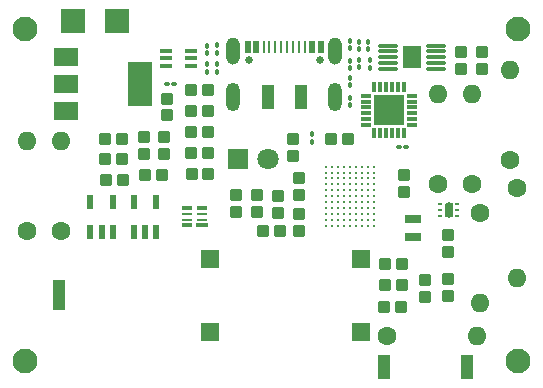
<source format=gts>
%TF.GenerationSoftware,KiCad,Pcbnew,7.0.5*%
%TF.CreationDate,2023-07-24T14:08:39-04:00*%
%TF.ProjectId,GPSPCB,47505350-4342-42e6-9b69-6361645f7063,00*%
%TF.SameCoordinates,Original*%
%TF.FileFunction,Soldermask,Top*%
%TF.FilePolarity,Negative*%
%FSLAX46Y46*%
G04 Gerber Fmt 4.6, Leading zero omitted, Abs format (unit mm)*
G04 Created by KiCad (PCBNEW 7.0.5) date 2023-07-24 14:08:39*
%MOMM*%
%LPD*%
G01*
G04 APERTURE LIST*
G04 Aperture macros list*
%AMRoundRect*
0 Rectangle with rounded corners*
0 $1 Rounding radius*
0 $2 $3 $4 $5 $6 $7 $8 $9 X,Y pos of 4 corners*
0 Add a 4 corners polygon primitive as box body*
4,1,4,$2,$3,$4,$5,$6,$7,$8,$9,$2,$3,0*
0 Add four circle primitives for the rounded corners*
1,1,$1+$1,$2,$3*
1,1,$1+$1,$4,$5*
1,1,$1+$1,$6,$7*
1,1,$1+$1,$8,$9*
0 Add four rect primitives between the rounded corners*
20,1,$1+$1,$2,$3,$4,$5,0*
20,1,$1+$1,$4,$5,$6,$7,0*
20,1,$1+$1,$6,$7,$8,$9,0*
20,1,$1+$1,$8,$9,$2,$3,0*%
%AMFreePoly0*
4,1,14,0.100000,0.600000,0.350000,0.600000,0.350000,-0.600000,0.100000,-0.600000,0.100000,-0.650000,-0.100000,-0.650000,-0.100000,-0.600000,-0.350000,-0.600000,-0.350000,0.450000,-0.200000,0.600000,-0.100000,0.600000,-0.100000,0.650000,0.100000,0.650000,0.100000,0.600000,0.100000,0.600000,$1*%
G04 Aperture macros list end*
%ADD10RoundRect,0.250000X-0.287500X-0.275000X0.287500X-0.275000X0.287500X0.275000X-0.287500X0.275000X0*%
%ADD11RoundRect,0.250000X0.275000X-0.287500X0.275000X0.287500X-0.275000X0.287500X-0.275000X-0.287500X0*%
%ADD12RoundRect,0.100000X0.100000X-0.130000X0.100000X0.130000X-0.100000X0.130000X-0.100000X-0.130000X0*%
%ADD13RoundRect,0.250000X-0.275000X0.287500X-0.275000X-0.287500X0.275000X-0.287500X0.275000X0.287500X0*%
%ADD14RoundRect,0.250000X0.287500X0.275000X-0.287500X0.275000X-0.287500X-0.275000X0.287500X-0.275000X0*%
%ADD15C,2.100000*%
%ADD16R,1.000000X2.000000*%
%ADD17C,1.600000*%
%ADD18O,1.600000X1.600000*%
%ADD19R,2.000000X1.500000*%
%ADD20R,2.000000X3.800000*%
%ADD21RoundRect,0.100000X-0.100000X0.130000X-0.100000X-0.130000X0.100000X-0.130000X0.100000X0.130000X0*%
%ADD22R,1.800000X1.800000*%
%ADD23C,1.800000*%
%ADD24RoundRect,0.100000X0.130000X0.100000X-0.130000X0.100000X-0.130000X-0.100000X0.130000X-0.100000X0*%
%ADD25RoundRect,0.062500X-0.112500X-0.062500X0.112500X-0.062500X0.112500X0.062500X-0.112500X0.062500X0*%
%ADD26FreePoly0,0.000000*%
%ADD27R,1.000000X0.300000*%
%ADD28R,0.950000X0.250000*%
%ADD29R,0.950000X0.300000*%
%ADD30R,0.600000X1.200000*%
%ADD31R,1.500000X1.500000*%
%ADD32R,1.000000X2.500000*%
%ADD33RoundRect,0.100000X-0.130000X-0.100000X0.130000X-0.100000X0.130000X0.100000X-0.130000X0.100000X0*%
%ADD34R,0.300000X0.850000*%
%ADD35R,0.850000X0.300000*%
%ADD36R,2.650000X2.650000*%
%ADD37C,0.630000*%
%ADD38C,0.600000*%
%ADD39R,0.520000X1.000000*%
%ADD40R,0.270000X1.000000*%
%ADD41O,1.158000X2.316000*%
%ADD42O,1.200000X2.400000*%
%ADD43R,2.000000X2.000000*%
%ADD44R,1.400000X0.700000*%
%ADD45O,1.699999X0.299999*%
%ADD46R,1.569999X1.879999*%
%ADD47C,0.290000*%
%ADD48R,1.050000X0.400000*%
G04 APERTURE END LIST*
D10*
%TO.C,C11*%
X94580000Y-64970000D03*
X96005000Y-64970000D03*
%TD*%
D11*
%TO.C,C21*%
X103632000Y-69800500D03*
X103632000Y-68375500D03*
%TD*%
D12*
%TO.C,R9*%
X109680000Y-55990000D03*
X109680000Y-55350000D03*
%TD*%
D13*
%TO.C,C19*%
X117348000Y-54659500D03*
X117348000Y-56084500D03*
%TD*%
%TO.C,C22*%
X92260000Y-61845000D03*
X92260000Y-63270000D03*
%TD*%
D10*
%TO.C,C24*%
X90620000Y-65080000D03*
X92045000Y-65080000D03*
%TD*%
D14*
%TO.C,C10*%
X95952500Y-63230000D03*
X94527500Y-63230000D03*
%TD*%
D10*
%TO.C,C10*%
X110935000Y-72652000D03*
X112360000Y-72652000D03*
%TD*%
D15*
%TO.C,H2*%
X80500000Y-52700000D03*
%TD*%
D16*
%TO.C,ANT1*%
X110862000Y-81330000D03*
X117862000Y-81330000D03*
%TD*%
D17*
%TO.C,L5*%
X119000000Y-68290000D03*
D18*
X119000000Y-75910000D03*
%TD*%
D12*
%TO.C,R14*%
X95850000Y-54770000D03*
X95850000Y-54130000D03*
%TD*%
D19*
%TO.C,U3*%
X83930000Y-55080000D03*
X83930000Y-57380000D03*
D20*
X90230000Y-57380000D03*
D19*
X83930000Y-59680000D03*
%TD*%
D12*
%TO.C,R2*%
X107950000Y-57470000D03*
X107950000Y-56830000D03*
%TD*%
%TO.C,R6*%
X108712000Y-54422000D03*
X108712000Y-53782000D03*
%TD*%
D21*
%TO.C,R16*%
X96750000Y-54100000D03*
X96750000Y-54740000D03*
%TD*%
D14*
%TO.C,C15*%
X88705000Y-63710000D03*
X87280000Y-63710000D03*
%TD*%
D12*
%TO.C,R1*%
X104810000Y-62260000D03*
X104810000Y-61620000D03*
%TD*%
D17*
%TO.C,L2*%
X118300000Y-65810000D03*
D18*
X118300000Y-58190000D03*
%TD*%
D13*
%TO.C,C14*%
X116300000Y-70150000D03*
X116300000Y-71575000D03*
%TD*%
D22*
%TO.C,D2*%
X98547000Y-63754000D03*
D23*
X101087000Y-63754000D03*
%TD*%
D11*
%TO.C,C4*%
X98298000Y-68227000D03*
X98298000Y-66802000D03*
%TD*%
D17*
%TO.C,L3*%
X111130000Y-78720000D03*
D18*
X118750000Y-78720000D03*
%TD*%
D11*
%TO.C,C25*%
X90530000Y-63290000D03*
X90530000Y-61865000D03*
%TD*%
D13*
%TO.C,C9*%
X114350000Y-73975000D03*
X114350000Y-75400000D03*
%TD*%
D10*
%TO.C,C27*%
X94500000Y-59650000D03*
X95925000Y-59650000D03*
%TD*%
D24*
%TO.C,R15*%
X93110000Y-57350000D03*
X92470000Y-57350000D03*
%TD*%
D21*
%TO.C,R4*%
X108712000Y-55306000D03*
X108712000Y-55946000D03*
%TD*%
D15*
%TO.C,H1*%
X122200000Y-52700000D03*
%TD*%
D10*
%TO.C,C6*%
X87312500Y-65460000D03*
X88737500Y-65460000D03*
%TD*%
D25*
%TO.C,U2*%
X115607000Y-67572000D03*
X115607000Y-68072000D03*
X115607000Y-68572000D03*
X117057000Y-68572000D03*
X117057000Y-68072000D03*
X117057000Y-67572000D03*
D26*
X116332000Y-68072000D03*
%TD*%
D17*
%TO.C,L7*%
X122100000Y-66140000D03*
D18*
X122100000Y-73760000D03*
%TD*%
D27*
%TO.C,IC6*%
X95425000Y-69350000D03*
D28*
X95450000Y-68850000D03*
X95450000Y-68350000D03*
D29*
X95450000Y-67850000D03*
X94200000Y-67850000D03*
D28*
X94200000Y-68350000D03*
X94200000Y-68850000D03*
D29*
X94200000Y-69350000D03*
%TD*%
D30*
%TO.C,IC5*%
X89700000Y-69900000D03*
X90650000Y-69900000D03*
X91600000Y-69900000D03*
X91600000Y-67400000D03*
X89700000Y-67400000D03*
%TD*%
D12*
%TO.C,R10*%
X109474000Y-54422000D03*
X109474000Y-53782000D03*
%TD*%
D31*
%TO.C,ANT2*%
X108880000Y-78370000D03*
X108880000Y-72150000D03*
X96120000Y-78370000D03*
X96120000Y-72150000D03*
D32*
X83370000Y-75260000D03*
%TD*%
D13*
%TO.C,C13*%
X103632000Y-65327500D03*
X103632000Y-66752500D03*
%TD*%
D11*
%TO.C,C20*%
X92480000Y-60040000D03*
X92480000Y-58615000D03*
%TD*%
D10*
%TO.C,C11*%
X110935000Y-74430000D03*
X112360000Y-74430000D03*
%TD*%
D12*
%TO.C,R8*%
X96750000Y-56320000D03*
X96750000Y-55680000D03*
%TD*%
D33*
%TO.C,R3*%
X112130000Y-62750000D03*
X112770000Y-62750000D03*
%TD*%
D15*
%TO.C,H4*%
X122200000Y-80850000D03*
%TD*%
D34*
%TO.C,IC3*%
X110022000Y-61558000D03*
X110522000Y-61558000D03*
X111022000Y-61558000D03*
X111522000Y-61558000D03*
X112022000Y-61558000D03*
X112522000Y-61558000D03*
D35*
X113222000Y-60858000D03*
X113222000Y-60358000D03*
X113222000Y-59858000D03*
X113222000Y-59358000D03*
X113222000Y-58858000D03*
X113222000Y-58358000D03*
D34*
X112522000Y-57658000D03*
X112022000Y-57658000D03*
X111522000Y-57658000D03*
X111022000Y-57658000D03*
X110522000Y-57658000D03*
X110022000Y-57658000D03*
D35*
X109322000Y-58358000D03*
X109322000Y-58858000D03*
X109322000Y-59358000D03*
X109322000Y-59858000D03*
X109322000Y-60358000D03*
X109322000Y-60858000D03*
D36*
X111272000Y-59608000D03*
%TD*%
D10*
%TO.C,C26*%
X94560000Y-61430000D03*
X95985000Y-61430000D03*
%TD*%
D17*
%TO.C,L8*%
X83550000Y-69810000D03*
D18*
X83550000Y-62190000D03*
%TD*%
D37*
%TO.C,J1*%
X99420000Y-55340000D03*
D38*
X105420000Y-55340000D03*
D37*
X105420000Y-55340000D03*
D39*
X99320000Y-54240000D03*
X100070000Y-54240000D03*
D40*
X100670000Y-54240000D03*
X101170000Y-54240000D03*
X101670000Y-54240000D03*
X102170000Y-54240000D03*
X102670000Y-54240000D03*
X103170000Y-54240000D03*
X103670000Y-54240000D03*
X104170000Y-54240000D03*
D39*
X104770000Y-54240000D03*
X105520000Y-54240000D03*
D16*
X101020000Y-58440000D03*
X103820000Y-58440000D03*
D41*
X98100000Y-54615000D03*
X106740000Y-54615000D03*
D42*
X98100000Y-58440000D03*
X106740000Y-58440000D03*
%TD*%
D14*
%TO.C,C8*%
X112312500Y-76250000D03*
X110887500Y-76250000D03*
%TD*%
D17*
%TO.C,L4*%
X121500000Y-63810000D03*
D18*
X121500000Y-56190000D03*
%TD*%
D13*
%TO.C,C18*%
X119126000Y-54659500D03*
X119126000Y-56084500D03*
%TD*%
D43*
%TO.C,TP*%
X84550000Y-52050000D03*
%TD*%
D11*
%TO.C,C7*%
X100076000Y-68227000D03*
X100076000Y-66802000D03*
%TD*%
%TO.C,C23*%
X101854000Y-68276500D03*
X101854000Y-66851500D03*
%TD*%
%TO.C,C1*%
X112522000Y-66498500D03*
X112522000Y-65073500D03*
%TD*%
D15*
%TO.C,H3*%
X80500000Y-80850000D03*
%TD*%
D17*
%TO.C,L6*%
X80650000Y-69810000D03*
D18*
X80650000Y-62190000D03*
%TD*%
D44*
%TO.C,Y2*%
X113284000Y-70346000D03*
X113284000Y-68846000D03*
%TD*%
D30*
%TO.C,IC2*%
X86000000Y-69900000D03*
X86950000Y-69900000D03*
X87900000Y-69900000D03*
X87900000Y-67400000D03*
X86000000Y-67400000D03*
%TD*%
D43*
%TO.C,TP2*%
X88300000Y-52050000D03*
%TD*%
D13*
%TO.C,C16*%
X103124000Y-62025500D03*
X103124000Y-63450500D03*
%TD*%
D14*
%TO.C,C12*%
X102058500Y-69850000D03*
X100633500Y-69850000D03*
%TD*%
D10*
%TO.C,C17*%
X106372500Y-61990000D03*
X107797500Y-61990000D03*
%TD*%
D21*
%TO.C,R7*%
X95850000Y-55680000D03*
X95850000Y-56320000D03*
%TD*%
D45*
%TO.C,U4*%
X111190002Y-54119999D03*
X111190002Y-54619998D03*
X111190002Y-55120000D03*
X111190002Y-55619999D03*
X111190002Y-56120001D03*
X115290001Y-56120001D03*
X115290001Y-55619999D03*
X115290001Y-55120000D03*
X115290001Y-54619998D03*
X115290001Y-54119999D03*
D46*
X113240000Y-55120000D03*
%TD*%
D12*
%TO.C,R5*%
X107950000Y-54331000D03*
X107950000Y-53691000D03*
%TD*%
D47*
%TO.C,STA8090FG*%
X109990000Y-69370000D03*
X109490000Y-69370000D03*
X108990000Y-69370000D03*
X108490000Y-69370000D03*
X107990000Y-69370000D03*
X107490000Y-69370000D03*
X106990000Y-69370000D03*
X106490000Y-69370000D03*
X105990000Y-69370000D03*
X109990000Y-68870000D03*
X109490000Y-68870000D03*
X108990000Y-68870000D03*
X108490000Y-68870000D03*
X107990000Y-68870000D03*
X107490000Y-68870000D03*
X106990000Y-68870000D03*
X106490000Y-68870000D03*
X105990000Y-68870000D03*
X109990000Y-68370000D03*
X109490000Y-68370000D03*
X108990000Y-68370000D03*
X108490000Y-68370000D03*
X107990000Y-68370000D03*
X107490000Y-68370000D03*
X106990000Y-68370000D03*
X106490000Y-68370000D03*
X105990000Y-68370000D03*
X109990000Y-67870000D03*
X109490000Y-67870000D03*
X108990000Y-67870000D03*
X108490000Y-67870000D03*
X107990000Y-67870000D03*
X107490000Y-67870000D03*
X106990000Y-67870000D03*
X106490000Y-67870000D03*
X105990000Y-67870000D03*
X109990000Y-67370000D03*
X109490000Y-67370000D03*
X108990000Y-67370000D03*
X108490000Y-67370000D03*
X107990000Y-67370000D03*
X107490000Y-67370000D03*
X106990000Y-67370000D03*
X106490000Y-67370000D03*
X105990000Y-67370000D03*
X109990000Y-66870000D03*
X109490000Y-66870000D03*
X108990000Y-66870000D03*
X108490000Y-66870000D03*
X107990000Y-66870000D03*
X107490000Y-66870000D03*
X106990000Y-66870000D03*
X106490000Y-66870000D03*
X105990000Y-66870000D03*
X109990000Y-66370000D03*
X109490000Y-66370000D03*
X108990000Y-66370000D03*
X108490000Y-66370000D03*
X107990000Y-66370000D03*
X107490000Y-66370000D03*
X106990000Y-66370000D03*
X106490000Y-66370000D03*
X105990000Y-66370000D03*
X109990000Y-65870000D03*
X109490000Y-65870000D03*
X108990000Y-65870000D03*
X108490000Y-65870000D03*
X107990000Y-65870000D03*
X107490000Y-65870000D03*
X106990000Y-65870000D03*
X106490000Y-65870000D03*
X105990000Y-65870000D03*
X109990000Y-65370000D03*
X109490000Y-65370000D03*
X108990000Y-65370000D03*
X108490000Y-65370000D03*
X107990000Y-65370000D03*
X107490000Y-65370000D03*
X106990000Y-65370000D03*
X106490000Y-65370000D03*
X105990000Y-65370000D03*
X109990000Y-64870000D03*
X109490000Y-64870000D03*
X108990000Y-64870000D03*
X108490000Y-64870000D03*
X107990000Y-64870000D03*
X107490000Y-64870000D03*
X106990000Y-64870000D03*
X106490000Y-64870000D03*
X105990000Y-64870000D03*
X109990000Y-64370000D03*
X109490000Y-64370000D03*
X108990000Y-64370000D03*
X108490000Y-64370000D03*
X107990000Y-64370000D03*
X107490000Y-64370000D03*
X106990000Y-64370000D03*
X106490000Y-64370000D03*
X105990000Y-64370000D03*
%TD*%
D10*
%TO.C,C8*%
X87237500Y-62000000D03*
X88662500Y-62000000D03*
%TD*%
D12*
%TO.C,R12*%
X107950000Y-59157000D03*
X107950000Y-58517000D03*
%TD*%
D48*
%TO.C,IC4*%
X92400000Y-54550000D03*
X92400000Y-55200000D03*
X92400000Y-55850000D03*
X94500000Y-55850000D03*
X94500000Y-55200000D03*
X94500000Y-54550000D03*
%TD*%
D17*
%TO.C,L1*%
X115450000Y-65810000D03*
D18*
X115450000Y-58190000D03*
%TD*%
D10*
%TO.C,C9*%
X94510000Y-57870000D03*
X95935000Y-57870000D03*
%TD*%
D21*
%TO.C,R11*%
X107950000Y-55397000D03*
X107950000Y-56037000D03*
%TD*%
D11*
%TO.C,C5*%
X116300000Y-75350000D03*
X116300000Y-73925000D03*
%TD*%
M02*

</source>
